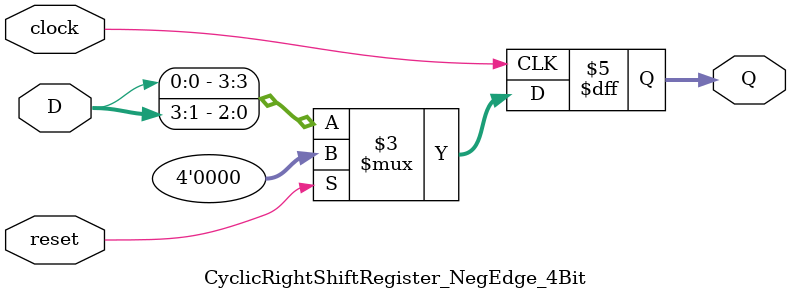
<source format=v>
module CyclicRightShiftRegister_NegEdge_4Bit (clock, reset, D, Q);
    input clock;
    input reset;
    input [3:0] D;
    output reg [3:0] Q;

    always @(negedge clock)
    begin
        if (reset)
            Q <= 4'b0000;
        else
            Q <= {D[0], D[3:1]};        
    end
endmodule

</source>
